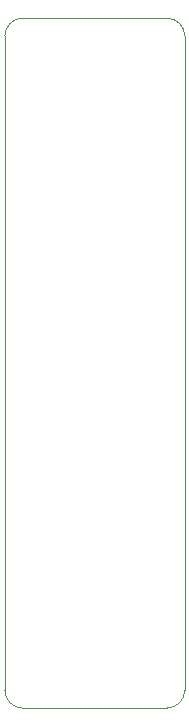
<source format=gbr>
%TF.GenerationSoftware,KiCad,Pcbnew,8.0.1*%
%TF.CreationDate,2024-07-14T19:31:33+02:00*%
%TF.ProjectId,IDE40-40,49444534-302d-4343-902e-6b696361645f,1*%
%TF.SameCoordinates,Original*%
%TF.FileFunction,Profile,NP*%
%FSLAX46Y46*%
G04 Gerber Fmt 4.6, Leading zero omitted, Abs format (unit mm)*
G04 Created by KiCad (PCBNEW 8.0.1) date 2024-07-14 19:31:33*
%MOMM*%
%LPD*%
G01*
G04 APERTURE LIST*
%TA.AperFunction,Profile*%
%ADD10C,0.050000*%
%TD*%
%TA.AperFunction,Profile*%
%ADD11C,0.100000*%
%TD*%
G04 APERTURE END LIST*
D10*
X119380000Y-54864000D02*
X119380000Y-110236000D01*
X134620000Y-54864000D02*
X134620000Y-110236000D01*
X133096000Y-53340000D02*
G75*
G02*
X134620000Y-54864000I0J-1524000D01*
G01*
X120904000Y-111760000D02*
G75*
G02*
X119380000Y-110236000I0J1524000D01*
G01*
X119380000Y-54864000D02*
G75*
G02*
X120904000Y-53340000I1524000J0D01*
G01*
D11*
X120904000Y-111760000D02*
X133096000Y-111760000D01*
D10*
X134620000Y-110236000D02*
G75*
G02*
X133096000Y-111760000I-1524000J0D01*
G01*
D11*
X120904000Y-53340000D02*
X133096000Y-53340000D01*
M02*

</source>
